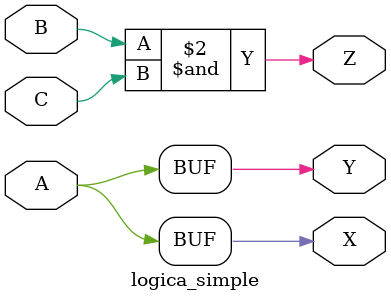
<source format=sv>
`timescale 1ns / 1ps

/*
Nombre modulo: 3.4 combinacional simple
Fecha de creación:29-03-2023
Fecha de modificación:
Función: circuito basico de 3 entradas y 3 salidas
*/

module logica_simple(
    input logic A, B, C,
    output logic X, Y, Z
    );
    
    assign X = A; 
    assign Y = -A;  
    assign Z = B & C; 
endmodule

</source>
